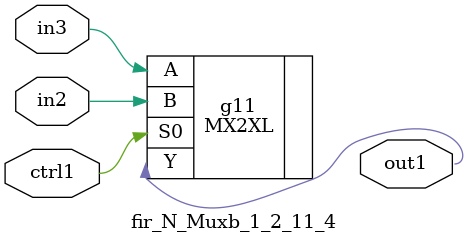
<source format=v>
`timescale 1ps / 1ps


module fir_N_Muxb_1_2_11_4(in3, in2, ctrl1, out1);
  input in3, in2, ctrl1;
  output out1;
  wire in3, in2, ctrl1;
  wire out1;
  MX2XL g11(.A (in3), .B (in2), .S0 (ctrl1), .Y (out1));
endmodule




</source>
